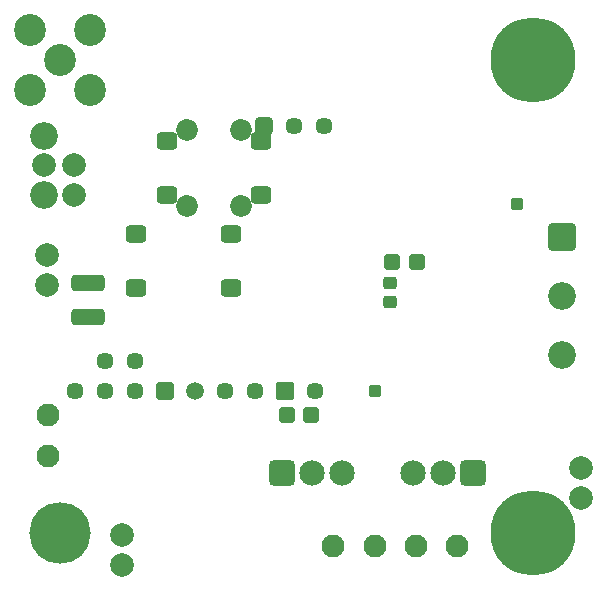
<source format=gbs>
%FSLAX44Y44*%
%MOMM*%
G71*
G01*
G75*
G04 Layer_Color=16711935*
G04:AMPARAMS|DCode=10|XSize=1mm|YSize=0.9mm|CornerRadius=0.198mm|HoleSize=0mm|Usage=FLASHONLY|Rotation=90.000|XOffset=0mm|YOffset=0mm|HoleType=Round|Shape=RoundedRectangle|*
%AMROUNDEDRECTD10*
21,1,1.0000,0.5040,0,0,90.0*
21,1,0.6040,0.9000,0,0,90.0*
1,1,0.3960,0.2520,0.3020*
1,1,0.3960,0.2520,-0.3020*
1,1,0.3960,-0.2520,-0.3020*
1,1,0.3960,-0.2520,0.3020*
%
%ADD10ROUNDEDRECTD10*%
G04:AMPARAMS|DCode=11|XSize=2.5mm|YSize=2.3mm|CornerRadius=0.1955mm|HoleSize=0mm|Usage=FLASHONLY|Rotation=270.000|XOffset=0mm|YOffset=0mm|HoleType=Round|Shape=RoundedRectangle|*
%AMROUNDEDRECTD11*
21,1,2.5000,1.9090,0,0,270.0*
21,1,2.1090,2.3000,0,0,270.0*
1,1,0.3910,-0.9545,-1.0545*
1,1,0.3910,-0.9545,1.0545*
1,1,0.3910,0.9545,1.0545*
1,1,0.3910,0.9545,-1.0545*
%
%ADD11ROUNDEDRECTD11*%
G04:AMPARAMS|DCode=12|XSize=2.5mm|YSize=1.7mm|CornerRadius=0.204mm|HoleSize=0mm|Usage=FLASHONLY|Rotation=90.000|XOffset=0mm|YOffset=0mm|HoleType=Round|Shape=RoundedRectangle|*
%AMROUNDEDRECTD12*
21,1,2.5000,1.2920,0,0,90.0*
21,1,2.0920,1.7000,0,0,90.0*
1,1,0.4080,0.6460,1.0460*
1,1,0.4080,0.6460,-1.0460*
1,1,0.4080,-0.6460,-1.0460*
1,1,0.4080,-0.6460,1.0460*
%
%ADD12ROUNDEDRECTD12*%
G04:AMPARAMS|DCode=13|XSize=1.05mm|YSize=0.65mm|CornerRadius=0.2015mm|HoleSize=0mm|Usage=FLASHONLY|Rotation=90.000|XOffset=0mm|YOffset=0mm|HoleType=Round|Shape=RoundedRectangle|*
%AMROUNDEDRECTD13*
21,1,1.0500,0.2470,0,0,90.0*
21,1,0.6470,0.6500,0,0,90.0*
1,1,0.4030,0.1235,0.3235*
1,1,0.4030,0.1235,-0.3235*
1,1,0.4030,-0.1235,-0.3235*
1,1,0.4030,-0.1235,0.3235*
%
%ADD13ROUNDEDRECTD13*%
G04:AMPARAMS|DCode=14|XSize=0.67mm|YSize=0.67mm|CornerRadius=0.1508mm|HoleSize=0mm|Usage=FLASHONLY|Rotation=90.000|XOffset=0mm|YOffset=0mm|HoleType=Round|Shape=RoundedRectangle|*
%AMROUNDEDRECTD14*
21,1,0.6700,0.3685,0,0,90.0*
21,1,0.3685,0.6700,0,0,90.0*
1,1,0.3015,0.1843,0.1843*
1,1,0.3015,0.1843,-0.1843*
1,1,0.3015,-0.1843,-0.1843*
1,1,0.3015,-0.1843,0.1843*
%
%ADD14ROUNDEDRECTD14*%
G04:AMPARAMS|DCode=15|XSize=0.5mm|YSize=0.6mm|CornerRadius=0.1625mm|HoleSize=0mm|Usage=FLASHONLY|Rotation=270.000|XOffset=0mm|YOffset=0mm|HoleType=Round|Shape=RoundedRectangle|*
%AMROUNDEDRECTD15*
21,1,0.5000,0.2750,0,0,270.0*
21,1,0.1750,0.6000,0,0,270.0*
1,1,0.3250,-0.1375,-0.0875*
1,1,0.3250,-0.1375,0.0875*
1,1,0.3250,0.1375,0.0875*
1,1,0.3250,0.1375,-0.0875*
%
%ADD15ROUNDEDRECTD15*%
G04:AMPARAMS|DCode=16|XSize=1mm|YSize=0.9mm|CornerRadius=0.198mm|HoleSize=0mm|Usage=FLASHONLY|Rotation=180.000|XOffset=0mm|YOffset=0mm|HoleType=Round|Shape=RoundedRectangle|*
%AMROUNDEDRECTD16*
21,1,1.0000,0.5040,0,0,180.0*
21,1,0.6040,0.9000,0,0,180.0*
1,1,0.3960,-0.3020,0.2520*
1,1,0.3960,0.3020,0.2520*
1,1,0.3960,0.3020,-0.2520*
1,1,0.3960,-0.3020,-0.2520*
%
%ADD16ROUNDEDRECTD16*%
G04:AMPARAMS|DCode=17|XSize=2.5mm|YSize=1.7mm|CornerRadius=0.204mm|HoleSize=0mm|Usage=FLASHONLY|Rotation=0.000|XOffset=0mm|YOffset=0mm|HoleType=Round|Shape=RoundedRectangle|*
%AMROUNDEDRECTD17*
21,1,2.5000,1.2920,0,0,0.0*
21,1,2.0920,1.7000,0,0,0.0*
1,1,0.4080,1.0460,-0.6460*
1,1,0.4080,-1.0460,-0.6460*
1,1,0.4080,-1.0460,0.6460*
1,1,0.4080,1.0460,0.6460*
%
%ADD17ROUNDEDRECTD17*%
G04:AMPARAMS|DCode=18|XSize=1mm|YSize=0.95mm|CornerRadius=0.1995mm|HoleSize=0mm|Usage=FLASHONLY|Rotation=180.000|XOffset=0mm|YOffset=0mm|HoleType=Round|Shape=RoundedRectangle|*
%AMROUNDEDRECTD18*
21,1,1.0000,0.5510,0,0,180.0*
21,1,0.6010,0.9500,0,0,180.0*
1,1,0.3990,-0.3005,0.2755*
1,1,0.3990,0.3005,0.2755*
1,1,0.3990,0.3005,-0.2755*
1,1,0.3990,-0.3005,-0.2755*
%
%ADD18ROUNDEDRECTD18*%
G04:AMPARAMS|DCode=19|XSize=1mm|YSize=0.95mm|CornerRadius=0.1995mm|HoleSize=0mm|Usage=FLASHONLY|Rotation=90.000|XOffset=0mm|YOffset=0mm|HoleType=Round|Shape=RoundedRectangle|*
%AMROUNDEDRECTD19*
21,1,1.0000,0.5510,0,0,90.0*
21,1,0.6010,0.9500,0,0,90.0*
1,1,0.3990,0.2755,0.3005*
1,1,0.3990,0.2755,-0.3005*
1,1,0.3990,-0.2755,-0.3005*
1,1,0.3990,-0.2755,0.3005*
%
%ADD19ROUNDEDRECTD19*%
G04:AMPARAMS|DCode=20|XSize=1.1mm|YSize=0.6mm|CornerRadius=0.201mm|HoleSize=0mm|Usage=FLASHONLY|Rotation=270.000|XOffset=0mm|YOffset=0mm|HoleType=Round|Shape=RoundedRectangle|*
%AMROUNDEDRECTD20*
21,1,1.1000,0.1980,0,0,270.0*
21,1,0.6980,0.6000,0,0,270.0*
1,1,0.4020,-0.0990,-0.3490*
1,1,0.4020,-0.0990,0.3490*
1,1,0.4020,0.0990,0.3490*
1,1,0.4020,0.0990,-0.3490*
%
%ADD20ROUNDEDRECTD20*%
%ADD21O,2.5000X0.7000*%
%ADD22O,0.7000X2.5000*%
G04:AMPARAMS|DCode=23|XSize=1.2mm|YSize=2mm|CornerRadius=0.3mm|HoleSize=0mm|Usage=FLASHONLY|Rotation=180.000|XOffset=0mm|YOffset=0mm|HoleType=Round|Shape=RoundedRectangle|*
%AMROUNDEDRECTD23*
21,1,1.2000,1.4000,0,0,180.0*
21,1,0.6000,2.0000,0,0,180.0*
1,1,0.6000,-0.3000,0.7000*
1,1,0.6000,0.3000,0.7000*
1,1,0.6000,0.3000,-0.7000*
1,1,0.6000,-0.3000,-0.7000*
%
%ADD23ROUNDEDRECTD23*%
G04:AMPARAMS|DCode=24|XSize=0.7mm|YSize=1mm|CornerRadius=0.175mm|HoleSize=0mm|Usage=FLASHONLY|Rotation=180.000|XOffset=0mm|YOffset=0mm|HoleType=Round|Shape=RoundedRectangle|*
%AMROUNDEDRECTD24*
21,1,0.7000,0.6500,0,0,180.0*
21,1,0.3500,1.0000,0,0,180.0*
1,1,0.3500,-0.1750,0.3250*
1,1,0.3500,0.1750,0.3250*
1,1,0.3500,0.1750,-0.3250*
1,1,0.3500,-0.1750,-0.3250*
%
%ADD24ROUNDEDRECTD24*%
G04:AMPARAMS|DCode=25|XSize=0.8mm|YSize=2mm|CornerRadius=0.2mm|HoleSize=0mm|Usage=FLASHONLY|Rotation=180.000|XOffset=0mm|YOffset=0mm|HoleType=Round|Shape=RoundedRectangle|*
%AMROUNDEDRECTD25*
21,1,0.8000,1.6000,0,0,180.0*
21,1,0.4000,2.0000,0,0,180.0*
1,1,0.4000,-0.2000,0.8000*
1,1,0.4000,0.2000,0.8000*
1,1,0.4000,0.2000,-0.8000*
1,1,0.4000,-0.2000,-0.8000*
%
%ADD25ROUNDEDRECTD25*%
G04:AMPARAMS|DCode=26|XSize=0.7mm|YSize=1.5mm|CornerRadius=0.175mm|HoleSize=0mm|Usage=FLASHONLY|Rotation=180.000|XOffset=0mm|YOffset=0mm|HoleType=Round|Shape=RoundedRectangle|*
%AMROUNDEDRECTD26*
21,1,0.7000,1.1500,0,0,180.0*
21,1,0.3500,1.5000,0,0,180.0*
1,1,0.3500,-0.1750,0.5750*
1,1,0.3500,0.1750,0.5750*
1,1,0.3500,0.1750,-0.5750*
1,1,0.3500,-0.1750,-0.5750*
%
%ADD26ROUNDEDRECTD26*%
%ADD27O,2.5000X0.5000*%
%ADD28O,0.5000X2.5000*%
G04:AMPARAMS|DCode=29|XSize=1.05mm|YSize=0.65mm|CornerRadius=0.2015mm|HoleSize=0mm|Usage=FLASHONLY|Rotation=0.000|XOffset=0mm|YOffset=0mm|HoleType=Round|Shape=RoundedRectangle|*
%AMROUNDEDRECTD29*
21,1,1.0500,0.2470,0,0,0.0*
21,1,0.6470,0.6500,0,0,0.0*
1,1,0.4030,0.3235,-0.1235*
1,1,0.4030,-0.3235,-0.1235*
1,1,0.4030,-0.3235,0.1235*
1,1,0.4030,0.3235,0.1235*
%
%ADD29ROUNDEDRECTD29*%
G04:AMPARAMS|DCode=30|XSize=1.45mm|YSize=1.15mm|CornerRadius=0.2013mm|HoleSize=0mm|Usage=FLASHONLY|Rotation=270.000|XOffset=0mm|YOffset=0mm|HoleType=Round|Shape=RoundedRectangle|*
%AMROUNDEDRECTD30*
21,1,1.4500,0.7475,0,0,270.0*
21,1,1.0475,1.1500,0,0,270.0*
1,1,0.4025,-0.3738,-0.5238*
1,1,0.4025,-0.3738,0.5238*
1,1,0.4025,0.3738,0.5238*
1,1,0.4025,0.3738,-0.5238*
%
%ADD30ROUNDEDRECTD30*%
%ADD31C,0.5000*%
%ADD32C,0.4000*%
%ADD33C,1.2000*%
%ADD34C,1.8500*%
%ADD35C,1.8000*%
%ADD36C,1.3000*%
G04:AMPARAMS|DCode=37|XSize=1.3mm|YSize=1.3mm|CornerRadius=0.1625mm|HoleSize=0mm|Usage=FLASHONLY|Rotation=180.000|XOffset=0mm|YOffset=0mm|HoleType=Round|Shape=RoundedRectangle|*
%AMROUNDEDRECTD37*
21,1,1.3000,0.9750,0,0,180.0*
21,1,0.9750,1.3000,0,0,180.0*
1,1,0.3250,-0.4875,0.4875*
1,1,0.3250,0.4875,0.4875*
1,1,0.3250,0.4875,-0.4875*
1,1,0.3250,-0.4875,-0.4875*
%
%ADD37ROUNDEDRECTD37*%
G04:AMPARAMS|DCode=38|XSize=2mm|YSize=2mm|CornerRadius=0.25mm|HoleSize=0mm|Usage=FLASHONLY|Rotation=180.000|XOffset=0mm|YOffset=0mm|HoleType=Round|Shape=RoundedRectangle|*
%AMROUNDEDRECTD38*
21,1,2.0000,1.5000,0,0,180.0*
21,1,1.5000,2.0000,0,0,180.0*
1,1,0.5000,-0.7500,0.7500*
1,1,0.5000,0.7500,0.7500*
1,1,0.5000,0.7500,-0.7500*
1,1,0.5000,-0.7500,-0.7500*
%
%ADD38ROUNDEDRECTD38*%
%ADD39C,2.0000*%
%ADD40C,7.0000*%
G04:AMPARAMS|DCode=41|XSize=1mm|YSize=1mm|CornerRadius=0.25mm|HoleSize=0mm|Usage=FLASHONLY|Rotation=90.000|XOffset=0mm|YOffset=0mm|HoleType=Round|Shape=RoundedRectangle|*
%AMROUNDEDRECTD41*
21,1,1.0000,0.5000,0,0,90.0*
21,1,0.5000,1.0000,0,0,90.0*
1,1,0.5000,0.2500,0.2500*
1,1,0.5000,0.2500,-0.2500*
1,1,0.5000,-0.2500,-0.2500*
1,1,0.5000,-0.2500,0.2500*
%
%ADD41ROUNDEDRECTD41*%
G04:AMPARAMS|DCode=42|XSize=1.4mm|YSize=1.4mm|CornerRadius=0.175mm|HoleSize=0mm|Usage=FLASHONLY|Rotation=0.000|XOffset=0mm|YOffset=0mm|HoleType=Round|Shape=RoundedRectangle|*
%AMROUNDEDRECTD42*
21,1,1.4000,1.0500,0,0,0.0*
21,1,1.0500,1.4000,0,0,0.0*
1,1,0.3500,0.5250,-0.5250*
1,1,0.3500,-0.5250,-0.5250*
1,1,0.3500,-0.5250,0.5250*
1,1,0.3500,0.5250,0.5250*
%
%ADD42ROUNDEDRECTD42*%
G04:AMPARAMS|DCode=43|XSize=2.2mm|YSize=2.2mm|CornerRadius=0.275mm|HoleSize=0mm|Usage=FLASHONLY|Rotation=90.000|XOffset=0mm|YOffset=0mm|HoleType=Round|Shape=RoundedRectangle|*
%AMROUNDEDRECTD43*
21,1,2.2000,1.6500,0,0,90.0*
21,1,1.6500,2.2000,0,0,90.0*
1,1,0.5500,0.8250,0.8250*
1,1,0.5500,0.8250,-0.8250*
1,1,0.5500,-0.8250,-0.8250*
1,1,0.5500,-0.8250,0.8250*
%
%ADD43ROUNDEDRECTD43*%
%ADD44C,2.2000*%
%ADD45C,2.5000*%
%ADD46C,1.7000*%
%ADD47C,0.5000*%
%ADD48C,0.8000*%
G04:AMPARAMS|DCode=49|XSize=0.7mm|YSize=2.5mm|CornerRadius=0.175mm|HoleSize=0mm|Usage=FLASHONLY|Rotation=0.000|XOffset=0mm|YOffset=0mm|HoleType=Round|Shape=RoundedRectangle|*
%AMROUNDEDRECTD49*
21,1,0.7000,2.1500,0,0,0.0*
21,1,0.3500,2.5000,0,0,0.0*
1,1,0.3500,0.1750,-1.0750*
1,1,0.3500,-0.1750,-1.0750*
1,1,0.3500,-0.1750,1.0750*
1,1,0.3500,0.1750,1.0750*
%
%ADD49ROUNDEDRECTD49*%
G04:AMPARAMS|DCode=50|XSize=1.2mm|YSize=1.2mm|CornerRadius=0.198mm|HoleSize=0mm|Usage=FLASHONLY|Rotation=0.000|XOffset=0mm|YOffset=0mm|HoleType=Round|Shape=RoundedRectangle|*
%AMROUNDEDRECTD50*
21,1,1.2000,0.8040,0,0,0.0*
21,1,0.8040,1.2000,0,0,0.0*
1,1,0.3960,0.4020,-0.4020*
1,1,0.3960,-0.4020,-0.4020*
1,1,0.3960,-0.4020,0.4020*
1,1,0.3960,0.4020,0.4020*
%
%ADD50ROUNDEDRECTD50*%
G04:AMPARAMS|DCode=51|XSize=1.6mm|YSize=1.3mm|CornerRadius=0.2015mm|HoleSize=0mm|Usage=FLASHONLY|Rotation=180.000|XOffset=0mm|YOffset=0mm|HoleType=Round|Shape=RoundedRectangle|*
%AMROUNDEDRECTD51*
21,1,1.6000,0.8970,0,0,180.0*
21,1,1.1970,1.3000,0,0,180.0*
1,1,0.4030,-0.5985,0.4485*
1,1,0.4030,0.5985,0.4485*
1,1,0.4030,0.5985,-0.4485*
1,1,0.4030,-0.5985,-0.4485*
%
%ADD51ROUNDEDRECTD51*%
G04:AMPARAMS|DCode=52|XSize=2.7mm|YSize=1.2mm|CornerRadius=0.21mm|HoleSize=0mm|Usage=FLASHONLY|Rotation=0.000|XOffset=0mm|YOffset=0mm|HoleType=Round|Shape=RoundedRectangle|*
%AMROUNDEDRECTD52*
21,1,2.7000,0.7800,0,0,0.0*
21,1,2.2800,1.2000,0,0,0.0*
1,1,0.4200,1.1400,-0.3900*
1,1,0.4200,-1.1400,-0.3900*
1,1,0.4200,-1.1400,0.3900*
1,1,0.4200,1.1400,0.3900*
%
%ADD52ROUNDEDRECTD52*%
%ADD53C,5.0000*%
%ADD54C,0.3000*%
%ADD55C,0.2000*%
%ADD56C,0.1500*%
%ADD57C,0.1000*%
G04:AMPARAMS|DCode=58|XSize=1.15mm|YSize=1.05mm|CornerRadius=0.273mm|HoleSize=0mm|Usage=FLASHONLY|Rotation=90.000|XOffset=0mm|YOffset=0mm|HoleType=Round|Shape=RoundedRectangle|*
%AMROUNDEDRECTD58*
21,1,1.1500,0.5040,0,0,90.0*
21,1,0.6040,1.0500,0,0,90.0*
1,1,0.5460,0.2520,0.3020*
1,1,0.5460,0.2520,-0.3020*
1,1,0.5460,-0.2520,-0.3020*
1,1,0.5460,-0.2520,0.3020*
%
%ADD58ROUNDEDRECTD58*%
G04:AMPARAMS|DCode=59|XSize=2.65mm|YSize=2.45mm|CornerRadius=0.2705mm|HoleSize=0mm|Usage=FLASHONLY|Rotation=270.000|XOffset=0mm|YOffset=0mm|HoleType=Round|Shape=RoundedRectangle|*
%AMROUNDEDRECTD59*
21,1,2.6500,1.9090,0,0,270.0*
21,1,2.1090,2.4500,0,0,270.0*
1,1,0.5410,-0.9545,-1.0545*
1,1,0.5410,-0.9545,1.0545*
1,1,0.5410,0.9545,1.0545*
1,1,0.5410,0.9545,-1.0545*
%
%ADD59ROUNDEDRECTD59*%
G04:AMPARAMS|DCode=60|XSize=2.65mm|YSize=1.85mm|CornerRadius=0.279mm|HoleSize=0mm|Usage=FLASHONLY|Rotation=90.000|XOffset=0mm|YOffset=0mm|HoleType=Round|Shape=RoundedRectangle|*
%AMROUNDEDRECTD60*
21,1,2.6500,1.2920,0,0,90.0*
21,1,2.0920,1.8500,0,0,90.0*
1,1,0.5580,0.6460,1.0460*
1,1,0.5580,0.6460,-1.0460*
1,1,0.5580,-0.6460,-1.0460*
1,1,0.5580,-0.6460,1.0460*
%
%ADD60ROUNDEDRECTD60*%
G04:AMPARAMS|DCode=61|XSize=1.2mm|YSize=0.8mm|CornerRadius=0.2765mm|HoleSize=0mm|Usage=FLASHONLY|Rotation=90.000|XOffset=0mm|YOffset=0mm|HoleType=Round|Shape=RoundedRectangle|*
%AMROUNDEDRECTD61*
21,1,1.2000,0.2470,0,0,90.0*
21,1,0.6470,0.8000,0,0,90.0*
1,1,0.5530,0.1235,0.3235*
1,1,0.5530,0.1235,-0.3235*
1,1,0.5530,-0.1235,-0.3235*
1,1,0.5530,-0.1235,0.3235*
%
%ADD61ROUNDEDRECTD61*%
G04:AMPARAMS|DCode=62|XSize=0.77mm|YSize=0.77mm|CornerRadius=0.2008mm|HoleSize=0mm|Usage=FLASHONLY|Rotation=90.000|XOffset=0mm|YOffset=0mm|HoleType=Round|Shape=RoundedRectangle|*
%AMROUNDEDRECTD62*
21,1,0.7700,0.3685,0,0,90.0*
21,1,0.3685,0.7700,0,0,90.0*
1,1,0.4015,0.1843,0.1843*
1,1,0.4015,0.1843,-0.1843*
1,1,0.4015,-0.1843,-0.1843*
1,1,0.4015,-0.1843,0.1843*
%
%ADD62ROUNDEDRECTD62*%
G04:AMPARAMS|DCode=63|XSize=0.6mm|YSize=0.7mm|CornerRadius=0.2125mm|HoleSize=0mm|Usage=FLASHONLY|Rotation=270.000|XOffset=0mm|YOffset=0mm|HoleType=Round|Shape=RoundedRectangle|*
%AMROUNDEDRECTD63*
21,1,0.6000,0.2750,0,0,270.0*
21,1,0.1750,0.7000,0,0,270.0*
1,1,0.4250,-0.1375,-0.0875*
1,1,0.4250,-0.1375,0.0875*
1,1,0.4250,0.1375,0.0875*
1,1,0.4250,0.1375,-0.0875*
%
%ADD63ROUNDEDRECTD63*%
G04:AMPARAMS|DCode=64|XSize=1.15mm|YSize=1.05mm|CornerRadius=0.273mm|HoleSize=0mm|Usage=FLASHONLY|Rotation=180.000|XOffset=0mm|YOffset=0mm|HoleType=Round|Shape=RoundedRectangle|*
%AMROUNDEDRECTD64*
21,1,1.1500,0.5040,0,0,180.0*
21,1,0.6040,1.0500,0,0,180.0*
1,1,0.5460,-0.3020,0.2520*
1,1,0.5460,0.3020,0.2520*
1,1,0.5460,0.3020,-0.2520*
1,1,0.5460,-0.3020,-0.2520*
%
%ADD64ROUNDEDRECTD64*%
G04:AMPARAMS|DCode=65|XSize=2.65mm|YSize=1.85mm|CornerRadius=0.279mm|HoleSize=0mm|Usage=FLASHONLY|Rotation=0.000|XOffset=0mm|YOffset=0mm|HoleType=Round|Shape=RoundedRectangle|*
%AMROUNDEDRECTD65*
21,1,2.6500,1.2920,0,0,0.0*
21,1,2.0920,1.8500,0,0,0.0*
1,1,0.5580,1.0460,-0.6460*
1,1,0.5580,-1.0460,-0.6460*
1,1,0.5580,-1.0460,0.6460*
1,1,0.5580,1.0460,0.6460*
%
%ADD65ROUNDEDRECTD65*%
G04:AMPARAMS|DCode=66|XSize=1.15mm|YSize=1.1mm|CornerRadius=0.2745mm|HoleSize=0mm|Usage=FLASHONLY|Rotation=180.000|XOffset=0mm|YOffset=0mm|HoleType=Round|Shape=RoundedRectangle|*
%AMROUNDEDRECTD66*
21,1,1.1500,0.5510,0,0,180.0*
21,1,0.6010,1.1000,0,0,180.0*
1,1,0.5490,-0.3005,0.2755*
1,1,0.5490,0.3005,0.2755*
1,1,0.5490,0.3005,-0.2755*
1,1,0.5490,-0.3005,-0.2755*
%
%ADD66ROUNDEDRECTD66*%
G04:AMPARAMS|DCode=67|XSize=1.15mm|YSize=1.1mm|CornerRadius=0.2745mm|HoleSize=0mm|Usage=FLASHONLY|Rotation=90.000|XOffset=0mm|YOffset=0mm|HoleType=Round|Shape=RoundedRectangle|*
%AMROUNDEDRECTD67*
21,1,1.1500,0.5510,0,0,90.0*
21,1,0.6010,1.1000,0,0,90.0*
1,1,0.5490,0.2755,0.3005*
1,1,0.5490,0.2755,-0.3005*
1,1,0.5490,-0.2755,-0.3005*
1,1,0.5490,-0.2755,0.3005*
%
%ADD67ROUNDEDRECTD67*%
G04:AMPARAMS|DCode=68|XSize=1.25mm|YSize=0.75mm|CornerRadius=0.276mm|HoleSize=0mm|Usage=FLASHONLY|Rotation=270.000|XOffset=0mm|YOffset=0mm|HoleType=Round|Shape=RoundedRectangle|*
%AMROUNDEDRECTD68*
21,1,1.2500,0.1980,0,0,270.0*
21,1,0.6980,0.7500,0,0,270.0*
1,1,0.5520,-0.0990,-0.3490*
1,1,0.5520,-0.0990,0.3490*
1,1,0.5520,0.0990,0.3490*
1,1,0.5520,0.0990,-0.3490*
%
%ADD68ROUNDEDRECTD68*%
%ADD69O,2.6500X0.8500*%
%ADD70O,0.8500X2.6500*%
G04:AMPARAMS|DCode=71|XSize=1.3mm|YSize=2.1mm|CornerRadius=0.35mm|HoleSize=0mm|Usage=FLASHONLY|Rotation=180.000|XOffset=0mm|YOffset=0mm|HoleType=Round|Shape=RoundedRectangle|*
%AMROUNDEDRECTD71*
21,1,1.3000,1.4000,0,0,180.0*
21,1,0.6000,2.1000,0,0,180.0*
1,1,0.7000,-0.3000,0.7000*
1,1,0.7000,0.3000,0.7000*
1,1,0.7000,0.3000,-0.7000*
1,1,0.7000,-0.3000,-0.7000*
%
%ADD71ROUNDEDRECTD71*%
G04:AMPARAMS|DCode=72|XSize=0.9032mm|YSize=1.2032mm|CornerRadius=0.2766mm|HoleSize=0mm|Usage=FLASHONLY|Rotation=180.000|XOffset=0mm|YOffset=0mm|HoleType=Round|Shape=RoundedRectangle|*
%AMROUNDEDRECTD72*
21,1,0.9032,0.6500,0,0,180.0*
21,1,0.3500,1.2032,0,0,180.0*
1,1,0.5532,-0.1750,0.3250*
1,1,0.5532,0.1750,0.3250*
1,1,0.5532,0.1750,-0.3250*
1,1,0.5532,-0.1750,-0.3250*
%
%ADD72ROUNDEDRECTD72*%
G04:AMPARAMS|DCode=73|XSize=1.0032mm|YSize=2.2032mm|CornerRadius=0.3016mm|HoleSize=0mm|Usage=FLASHONLY|Rotation=180.000|XOffset=0mm|YOffset=0mm|HoleType=Round|Shape=RoundedRectangle|*
%AMROUNDEDRECTD73*
21,1,1.0032,1.6000,0,0,180.0*
21,1,0.4000,2.2032,0,0,180.0*
1,1,0.6032,-0.2000,0.8000*
1,1,0.6032,0.2000,0.8000*
1,1,0.6032,0.2000,-0.8000*
1,1,0.6032,-0.2000,-0.8000*
%
%ADD73ROUNDEDRECTD73*%
G04:AMPARAMS|DCode=74|XSize=1.2mm|YSize=0.8mm|CornerRadius=0.2765mm|HoleSize=0mm|Usage=FLASHONLY|Rotation=0.000|XOffset=0mm|YOffset=0mm|HoleType=Round|Shape=RoundedRectangle|*
%AMROUNDEDRECTD74*
21,1,1.2000,0.2470,0,0,0.0*
21,1,0.6470,0.8000,0,0,0.0*
1,1,0.5530,0.3235,-0.1235*
1,1,0.5530,-0.3235,-0.1235*
1,1,0.5530,-0.3235,0.1235*
1,1,0.5530,0.3235,0.1235*
%
%ADD74ROUNDEDRECTD74*%
G04:AMPARAMS|DCode=75|XSize=1.6mm|YSize=1.3mm|CornerRadius=0.2763mm|HoleSize=0mm|Usage=FLASHONLY|Rotation=270.000|XOffset=0mm|YOffset=0mm|HoleType=Round|Shape=RoundedRectangle|*
%AMROUNDEDRECTD75*
21,1,1.6000,0.7475,0,0,270.0*
21,1,1.0475,1.3000,0,0,270.0*
1,1,0.5525,-0.3738,-0.5238*
1,1,0.5525,-0.3738,0.5238*
1,1,0.5525,0.3738,0.5238*
1,1,0.5525,0.3738,-0.5238*
%
%ADD75ROUNDEDRECTD75*%
%ADD76C,1.9500*%
%ADD77C,1.4500*%
G04:AMPARAMS|DCode=78|XSize=1.45mm|YSize=1.45mm|CornerRadius=0.2375mm|HoleSize=0mm|Usage=FLASHONLY|Rotation=180.000|XOffset=0mm|YOffset=0mm|HoleType=Round|Shape=RoundedRectangle|*
%AMROUNDEDRECTD78*
21,1,1.4500,0.9750,0,0,180.0*
21,1,0.9750,1.4500,0,0,180.0*
1,1,0.4750,-0.4875,0.4875*
1,1,0.4750,0.4875,0.4875*
1,1,0.4750,0.4875,-0.4875*
1,1,0.4750,-0.4875,-0.4875*
%
%ADD78ROUNDEDRECTD78*%
G04:AMPARAMS|DCode=79|XSize=2.15mm|YSize=2.15mm|CornerRadius=0.325mm|HoleSize=0mm|Usage=FLASHONLY|Rotation=180.000|XOffset=0mm|YOffset=0mm|HoleType=Round|Shape=RoundedRectangle|*
%AMROUNDEDRECTD79*
21,1,2.1500,1.5000,0,0,180.0*
21,1,1.5000,2.1500,0,0,180.0*
1,1,0.6500,-0.7500,0.7500*
1,1,0.6500,0.7500,0.7500*
1,1,0.6500,0.7500,-0.7500*
1,1,0.6500,-0.7500,-0.7500*
%
%ADD79ROUNDEDRECTD79*%
%ADD80C,2.1500*%
%ADD81C,7.2032*%
G04:AMPARAMS|DCode=82|XSize=1.1mm|YSize=1.1mm|CornerRadius=0.3mm|HoleSize=0mm|Usage=FLASHONLY|Rotation=90.000|XOffset=0mm|YOffset=0mm|HoleType=Round|Shape=RoundedRectangle|*
%AMROUNDEDRECTD82*
21,1,1.1000,0.5000,0,0,90.0*
21,1,0.5000,1.1000,0,0,90.0*
1,1,0.6000,0.2500,0.2500*
1,1,0.6000,0.2500,-0.2500*
1,1,0.6000,-0.2500,-0.2500*
1,1,0.6000,-0.2500,0.2500*
%
%ADD82ROUNDEDRECTD82*%
G04:AMPARAMS|DCode=83|XSize=1.55mm|YSize=1.55mm|CornerRadius=0.25mm|HoleSize=0mm|Usage=FLASHONLY|Rotation=0.000|XOffset=0mm|YOffset=0mm|HoleType=Round|Shape=RoundedRectangle|*
%AMROUNDEDRECTD83*
21,1,1.5500,1.0500,0,0,0.0*
21,1,1.0500,1.5500,0,0,0.0*
1,1,0.5000,0.5250,-0.5250*
1,1,0.5000,-0.5250,-0.5250*
1,1,0.5000,-0.5250,0.5250*
1,1,0.5000,0.5250,0.5250*
%
%ADD83ROUNDEDRECTD83*%
G04:AMPARAMS|DCode=84|XSize=2.35mm|YSize=2.35mm|CornerRadius=0.35mm|HoleSize=0mm|Usage=FLASHONLY|Rotation=90.000|XOffset=0mm|YOffset=0mm|HoleType=Round|Shape=RoundedRectangle|*
%AMROUNDEDRECTD84*
21,1,2.3500,1.6500,0,0,90.0*
21,1,1.6500,2.3500,0,0,90.0*
1,1,0.7000,0.8250,0.8250*
1,1,0.7000,0.8250,-0.8250*
1,1,0.7000,-0.8250,-0.8250*
1,1,0.7000,-0.8250,0.8250*
%
%ADD84ROUNDEDRECTD84*%
%ADD85C,2.3500*%
G04:AMPARAMS|DCode=86|XSize=1.5032mm|YSize=1.5032mm|CornerRadius=0.2641mm|HoleSize=0mm|Usage=FLASHONLY|Rotation=180.000|XOffset=0mm|YOffset=0mm|HoleType=Round|Shape=RoundedRectangle|*
%AMROUNDEDRECTD86*
21,1,1.5032,0.9750,0,0,180.0*
21,1,0.9750,1.5032,0,0,180.0*
1,1,0.5282,-0.4875,0.4875*
1,1,0.5282,0.4875,0.4875*
1,1,0.5282,0.4875,-0.4875*
1,1,0.5282,-0.4875,-0.4875*
%
%ADD86ROUNDEDRECTD86*%
%ADD87C,1.5032*%
%ADD88C,2.7032*%
%ADD89C,1.8500*%
G04:AMPARAMS|DCode=90|XSize=1.35mm|YSize=1.35mm|CornerRadius=0.273mm|HoleSize=0mm|Usage=FLASHONLY|Rotation=0.000|XOffset=0mm|YOffset=0mm|HoleType=Round|Shape=RoundedRectangle|*
%AMROUNDEDRECTD90*
21,1,1.3500,0.8040,0,0,0.0*
21,1,0.8040,1.3500,0,0,0.0*
1,1,0.5460,0.4020,-0.4020*
1,1,0.5460,-0.4020,-0.4020*
1,1,0.5460,-0.4020,0.4020*
1,1,0.5460,0.4020,0.4020*
%
%ADD90ROUNDEDRECTD90*%
G04:AMPARAMS|DCode=91|XSize=1.75mm|YSize=1.45mm|CornerRadius=0.2765mm|HoleSize=0mm|Usage=FLASHONLY|Rotation=180.000|XOffset=0mm|YOffset=0mm|HoleType=Round|Shape=RoundedRectangle|*
%AMROUNDEDRECTD91*
21,1,1.7500,0.8970,0,0,180.0*
21,1,1.1970,1.4500,0,0,180.0*
1,1,0.5530,-0.5985,0.4485*
1,1,0.5530,0.5985,0.4485*
1,1,0.5530,0.5985,-0.4485*
1,1,0.5530,-0.5985,-0.4485*
%
%ADD91ROUNDEDRECTD91*%
G04:AMPARAMS|DCode=92|XSize=2.85mm|YSize=1.35mm|CornerRadius=0.285mm|HoleSize=0mm|Usage=FLASHONLY|Rotation=0.000|XOffset=0mm|YOffset=0mm|HoleType=Round|Shape=RoundedRectangle|*
%AMROUNDEDRECTD92*
21,1,2.8500,0.7800,0,0,0.0*
21,1,2.2800,1.3500,0,0,0.0*
1,1,0.5700,1.1400,-0.3900*
1,1,0.5700,-1.1400,-0.3900*
1,1,0.5700,-1.1400,0.3900*
1,1,0.5700,1.1400,0.3900*
%
%ADD92ROUNDEDRECTD92*%
%ADD93C,5.2032*%
D39*
X52100Y-2100D02*
D03*
Y-27500D02*
D03*
X-11500Y234700D02*
D03*
Y209300D02*
D03*
X440750Y54700D02*
D03*
Y29300D02*
D03*
X11900Y311400D02*
D03*
X-13500D02*
D03*
X11900Y286000D02*
D03*
D66*
X279000Y211000D02*
D03*
Y195000D02*
D03*
D76*
X301000Y-11000D02*
D03*
X336000D02*
D03*
X231000D02*
D03*
X266000D02*
D03*
X-10200Y99800D02*
D03*
Y64800D02*
D03*
D77*
X63200Y144900D02*
D03*
X37800D02*
D03*
X63400Y119500D02*
D03*
X38000D02*
D03*
X12600D02*
D03*
X164900Y119600D02*
D03*
X139500D02*
D03*
X197500Y344000D02*
D03*
X222900D02*
D03*
X215500Y119500D02*
D03*
D78*
X172100Y344000D02*
D03*
D79*
X349500Y50500D02*
D03*
X187500D02*
D03*
D80*
X324000D02*
D03*
X298500D02*
D03*
X213000D02*
D03*
X238500D02*
D03*
D81*
X400000Y0D02*
D03*
Y400000D02*
D03*
D82*
X386500Y278000D02*
D03*
X266500Y120000D02*
D03*
D83*
X190500Y119500D02*
D03*
D84*
X425000Y250000D02*
D03*
D85*
Y200000D02*
D03*
Y150000D02*
D03*
X-13500Y286000D02*
D03*
Y336000D02*
D03*
D86*
X88800Y119500D02*
D03*
D87*
X114200D02*
D03*
D88*
X-25400Y425400D02*
D03*
X0Y400000D02*
D03*
X25400Y425400D02*
D03*
Y374600D02*
D03*
X-25400D02*
D03*
D89*
X152500Y341250D02*
D03*
Y276250D02*
D03*
X107500Y341250D02*
D03*
Y276250D02*
D03*
D90*
X212500Y99250D02*
D03*
X191500D02*
D03*
X280500Y229000D02*
D03*
X301500D02*
D03*
D91*
X144000Y207500D02*
D03*
X64000D02*
D03*
X144000Y252500D02*
D03*
X64000D02*
D03*
X90000Y331249D02*
D03*
X170000D02*
D03*
X90000Y286249D02*
D03*
X170000D02*
D03*
D92*
X23200Y211200D02*
D03*
Y182200D02*
D03*
D93*
X0Y0D02*
D03*
M02*

</source>
